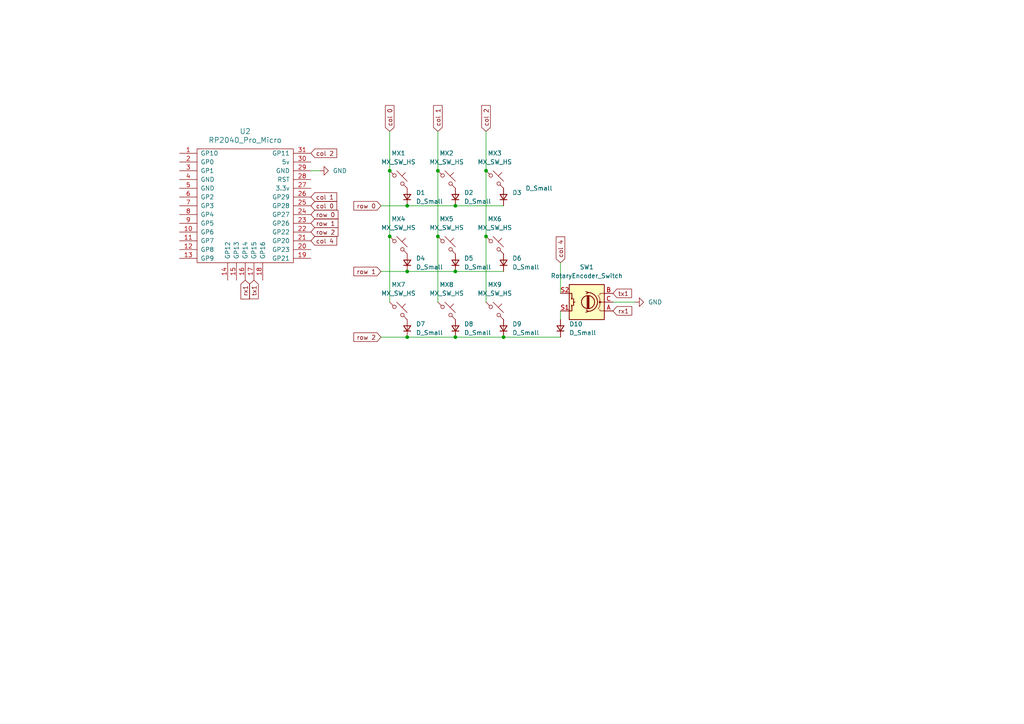
<source format=kicad_sch>
(kicad_sch (version 20250114) (generator "eeschema") (generator_version "9.0")
  (paper "A4")
  (lib_symbols
    (symbol "Device:D_Small" (pin_numbers (hide yes)) (pin_names (offset 0.254) (hide yes))
      (property "Reference" "D" (at -1.27 2.032 0))
      (property "Value" "D_Small" (at -3.81 -2.032 0))
      (symbol "D_Small_0_1"
        (polyline (pts (xy -0.762 0) (xy 0.762 0)))
        (polyline (pts (xy -0.762 -1.016) (xy -0.762 1.016)) (stroke (width 0.254)))
        (polyline (pts (xy 0.762 -1.016) (xy -0.762 0) (xy 0.762 1.016) (xy 0.762 -1.016)) (stroke (width 0.254)))
      )
      (symbol "D_Small_1_1"
        (pin passive line (at -2.54 0 0) (length 1.778) (name "K") (number "1"))
        (pin passive line (at 2.54 0 180) (length 1.778) (name "A") (number "2"))
      )
    )
    (symbol "Device:RotaryEncoder_Switch" (pin_names (offset 0.254) (hide yes))
      (property "Reference" "SW" (at 0 6.604 0))
      (property "Value" "RotaryEncoder_Switch" (at 0 -6.604 0))
      (symbol "RotaryEncoder_Switch_0_1"
        (rectangle (start -5.08 5.08) (end 5.08 -5.08) (stroke (width 0.254)) (fill (type background)))
        (polyline (pts (xy -5.08 2.54) (xy -3.81 2.54) (xy -3.81 2.032)))
        (polyline (pts (xy -5.08 0) (xy -3.81 0) (xy -3.81 -1.016) (xy -3.302 -2.032)))
        (polyline (pts (xy -5.08 -2.54) (xy -3.81 -2.54) (xy -3.81 -2.032)))
        (polyline (pts (xy -4.318 0) (xy -3.81 0) (xy -3.81 1.016) (xy -3.302 2.032)))
        (circle (center -3.81 0) (radius 0.254) (fill (type outline)))
        (polyline (pts (xy -0.635 -1.778) (xy -0.635 1.778)) (stroke (width 0.254)))
        (circle (center -0.381 0) (radius 1.905) (stroke (width 0.254)))
        (polyline (pts (xy -0.381 -1.778) (xy -0.381 1.778)) (stroke (width 0.254)))
        (arc (start -0.381 -2.794) (mid -3.0988 -0.0635) (end -0.381 2.667) (stroke (width 0.254)))
        (polyline (pts (xy -0.127 1.778) (xy -0.127 -1.778)) (stroke (width 0.254)))
        (polyline (pts (xy 0.254 2.921) (xy -0.508 2.667) (xy 0.127 2.286)) (stroke (width 0.254)))
        (polyline (pts (xy 0.254 -3.048) (xy -0.508 -2.794) (xy 0.127 -2.413)) (stroke (width 0.254)))
        (polyline (pts (xy 3.81 1.016) (xy 3.81 -1.016)) (stroke (width 0.254)))
        (polyline (pts (xy 3.81 0) (xy 3.429 0)) (stroke (width 0.254)))
        (circle (center 4.318 1.016) (radius 0.127) (stroke (width 0.254)))
        (circle (center 4.318 -1.016) (radius 0.127) (stroke (width 0.254)))
        (polyline (pts (xy 5.08 2.54) (xy 4.318 2.54) (xy 4.318 1.016)) (stroke (width 0.254)))
        (polyline (pts (xy 5.08 -2.54) (xy 4.318 -2.54) (xy 4.318 -1.016)) (stroke (width 0.254)))
      )
      (symbol "RotaryEncoder_Switch_1_1"
        (pin passive line (at -7.62 2.54 0) (length 2.54) (name "A") (number "A"))
        (pin passive line (at -7.62 0 0) (length 2.54) (name "C") (number "C"))
        (pin passive line (at -7.62 -2.54 0) (length 2.54) (name "B") (number "B"))
        (pin passive line (at 7.62 2.54 180) (length 2.54) (name "S1") (number "S1"))
        (pin passive line (at 7.62 -2.54 180) (length 2.54) (name "S2") (number "S2"))
      )
    )
    (symbol "ScottoKeebs:MCU_RP2040_Pro_Micro" (pin_names (offset 1.016))
      (property "Reference" "U" (at 0 0 0))
      (property "Value" "RP2040_Pro_Micro" (at 0 -27.686 0))
      (symbol "MCU_RP2040_Pro_Micro_0_1"
        (rectangle (start -13.97 16.51) (end 13.97 -16.51))
      )
      (symbol "MCU_RP2040_Pro_Micro_1_1"
        (pin input line (at -19.05 15.24 0) (length 5.08) (name "GP10") (number "1"))
        (pin input line (at -19.05 12.7 0) (length 5.08) (name "GP0") (number "2"))
        (pin input line (at -19.05 10.16 0) (length 5.08) (name "GP1") (number "3"))
        (pin input line (at -19.05 7.62 0) (length 5.08) (name "GND") (number "4"))
        (pin input line (at -19.05 5.08 0) (length 5.08) (name "GND") (number "5"))
        (pin input line (at -19.05 2.54 0) (length 5.08) (name "GP2") (number "6"))
        (pin input line (at -19.05 0 0) (length 5.08) (name "GP3") (number "7"))
        (pin input line (at -19.05 -2.54 0) (length 5.08) (name "GP4") (number "8"))
        (pin input line (at -19.05 -5.08 0) (length 5.08) (name "GP5") (number "9"))
        (pin input line (at -19.05 -7.62 0) (length 5.08) (name "GP6") (number "10"))
        (pin input line (at -19.05 -10.16 0) (length 5.08) (name "GP7") (number "11"))
        (pin input line (at -19.05 -12.7 0) (length 5.08) (name "GP8") (number "12"))
        (pin input line (at -19.05 -15.24 0) (length 5.08) (name "GP9") (number "13"))
        (pin input line (at -5.08 -21.59 90) (length 5.08) (name "GP12") (number "14"))
        (pin input line (at -2.54 -21.59 90) (length 5.08) (name "GP13") (number "15"))
        (pin input line (at 0 -21.59 90) (length 5.08) (name "GP14") (number "16"))
        (pin input line (at 2.54 -21.59 90) (length 5.08) (name "GP15") (number "17"))
        (pin input line (at 5.08 -21.59 90) (length 5.08) (name "GP16") (number "18"))
        (pin input line (at 19.05 15.24 180) (length 5.08) (name "GP11") (number "31"))
        (pin input line (at 19.05 12.7 180) (length 5.08) (name "5v") (number "30"))
        (pin input line (at 19.05 10.16 180) (length 5.08) (name "GND") (number "29"))
        (pin input line (at 19.05 7.62 180) (length 5.08) (name "RST") (number "28"))
        (pin input line (at 19.05 5.08 180) (length 5.08) (name "3.3v") (number "27"))
        (pin input line (at 19.05 2.54 180) (length 5.08) (name "GP29") (number "26"))
        (pin input line (at 19.05 0 180) (length 5.08) (name "GP28") (number "25"))
        (pin input line (at 19.05 -2.54 180) (length 5.08) (name "GP27") (number "24"))
        (pin input line (at 19.05 -5.08 180) (length 5.08) (name "GP26") (number "23"))
        (pin input line (at 19.05 -7.62 180) (length 5.08) (name "GP22") (number "22"))
        (pin input line (at 19.05 -10.16 180) (length 5.08) (name "GP20") (number "21"))
        (pin input line (at 19.05 -12.7 180) (length 5.08) (name "GP23") (number "20"))
        (pin input line (at 19.05 -15.24 180) (length 5.08) (name "GP21") (number "19"))
      )
    )
    (symbol "marbastlib-mx:MX_SW_HS_KS-2P02B01-01" (pin_numbers (hide yes)) (pin_names (offset 1.016) (hide yes))
      (property "Reference" "MX" (at 3.048 1.016 0))
      (property "Value" "MX_SW_HS" (at 0 -3.81 0))
      (symbol "MX_SW_HS_KS-2P02B01-01_0_1"
        (polyline (pts (xy -2.54 2.54) (xy -1.524 1.524) (xy -1.524 1.524)))
        (circle (center -1.1684 1.1684) (radius 0.508))
        (polyline (pts (xy -0.508 2.54) (xy 2.54 -0.508)))
        (polyline (pts (xy 1.016 1.016) (xy 2.032 2.032)))
        (circle (center 1.143 -1.1938) (radius 0.508))
        (polyline (pts (xy 1.524 -1.524) (xy 2.54 -2.54) (xy 2.54 -2.54) (xy 2.54 -2.54)))
        (pin passive line (at -2.54 2.54 0) (length 0) (name "1") (number "1"))
        (pin passive line (at 2.54 -2.54 180) (length 0) (name "2") (number "2"))
      )
    )
    (symbol "power:GND" (power) (pin_numbers (hide yes)) (pin_names (offset 0) (hide yes))
      (property "Value" "GND" (at 0 -3.81 0))
      (symbol "GND_0_1"
        (polyline (pts (xy 0 0) (xy 0 -1.27) (xy 1.27 -1.27) (xy 0 -2.54) (xy -1.27 -1.27) (xy 0 -1.27)))
      )
      (symbol "GND_1_1"
        (pin power_in line (at 0 0 270) (length 0) (name "~") (number "1"))
      )
    )
  )
  (junction (at 118.11 78.74))
  (junction (at 140.97 49.53))
  (junction (at 127 68.58))
  (junction (at 132.08 59.69))
  (junction (at 140.97 68.58))
  (junction (at 146.05 97.79))
  (junction (at 118.11 59.69))
  (junction (at 113.03 68.58))
  (junction (at 132.08 78.74))
  (junction (at 132.08 97.79))
  (junction (at 113.03 49.53))
  (junction (at 127 49.53))
  (junction (at 118.11 97.79))
  (wire (pts (xy 140.97 68.58) (xy 140.97 87.63)))
  (wire (pts (xy 92.71 49.53) (xy 90.17 49.53)))
  (wire (pts (xy 127 49.53) (xy 127 68.58)))
  (wire (pts (xy 140.97 49.53) (xy 140.97 68.58)))
  (wire (pts (xy 113.03 68.58) (xy 113.03 87.63)))
  (wire (pts (xy 110.49 78.74) (xy 118.11 78.74)))
  (wire (pts (xy 127 68.58) (xy 127 87.63)))
  (wire (pts (xy 113.03 49.53) (xy 113.03 68.58)))
  (wire (pts (xy 110.49 97.79) (xy 118.11 97.79)))
  (wire (pts (xy 132.08 59.69) (xy 146.05 59.69)))
  (wire (pts (xy 132.08 78.74) (xy 146.05 78.74)))
  (wire (pts (xy 118.11 59.69) (xy 132.08 59.69)))
  (wire (pts (xy 146.05 97.79) (xy 162.56 97.79)))
  (wire (pts (xy 118.11 78.74) (xy 132.08 78.74)))
  (wire (pts (xy 110.49 59.69) (xy 118.11 59.69)))
  (wire (pts (xy 162.56 76.2) (xy 162.56 85.09)))
  (wire (pts (xy 162.56 90.17) (xy 162.56 92.71)))
  (wire (pts (xy 132.08 97.79) (xy 146.05 97.79)))
  (wire (pts (xy 127 38.1) (xy 127 49.53)))
  (wire (pts (xy 140.97 38.1) (xy 140.97 49.53)))
  (wire (pts (xy 177.8 87.63) (xy 184.15 87.63)))
  (wire (pts (xy 118.11 97.79) (xy 132.08 97.79)))
  (wire (pts (xy 113.03 38.1) (xy 113.03 49.53)))
  (global_label "row 0" (shape input) (at 90.17 62.23 0) (property "Intersheetrefs" "${INTERSHEET_REFS}" (effects (hide yes))))
  (global_label "rx1" (shape input) (at 177.8 90.17 0) (property "Intersheetrefs" "${INTERSHEET_REFS}" (effects (hide yes))))
  (global_label "col 4" (shape input) (at 162.56 76.2 90) (property "Intersheetrefs" "${INTERSHEET_REFS}" (effects (hide yes))))
  (global_label "row 1" (shape input) (at 110.49 78.74 180) (property "Intersheetrefs" "${INTERSHEET_REFS}" (effects (hide yes))))
  (global_label "col 0" (shape input) (at 90.17 59.69 0) (property "Intersheetrefs" "${INTERSHEET_REFS}" (effects (hide yes))))
  (global_label "col 2" (shape input) (at 140.97 38.1 90) (property "Intersheetrefs" "${INTERSHEET_REFS}" (effects (hide yes))))
  (global_label "row 0" (shape input) (at 110.49 59.69 180) (property "Intersheetrefs" "${INTERSHEET_REFS}" (effects (hide yes))))
  (global_label "col 1" (shape input) (at 90.17 57.15 0) (property "Intersheetrefs" "${INTERSHEET_REFS}" (effects (hide yes))))
  (global_label "row 2" (shape input) (at 110.49 97.79 180) (property "Intersheetrefs" "${INTERSHEET_REFS}" (effects (hide yes))))
  (global_label "tx1" (shape input) (at 73.66 81.28 270) (property "Intersheetrefs" "${INTERSHEET_REFS}" (effects (hide yes))))
  (global_label "tx1" (shape input) (at 177.8 85.09 0) (property "Intersheetrefs" "${INTERSHEET_REFS}" (effects (hide yes))))
  (global_label "col 1" (shape input) (at 127 38.1 90) (property "Intersheetrefs" "${INTERSHEET_REFS}" (effects (hide yes))))
  (global_label "col 0" (shape input) (at 113.03 38.1 90) (property "Intersheetrefs" "${INTERSHEET_REFS}" (effects (hide yes))))
  (global_label "rx1" (shape input) (at 71.12 81.28 270) (property "Intersheetrefs" "${INTERSHEET_REFS}" (effects (hide yes))))
  (global_label "row 2" (shape input) (at 90.17 67.31 0) (property "Intersheetrefs" "${INTERSHEET_REFS}" (effects (hide yes))))
  (global_label "col 4" (shape input) (at 90.17 69.85 0) (property "Intersheetrefs" "${INTERSHEET_REFS}" (effects (hide yes))))
  (global_label "col 2" (shape input) (at 90.17 44.45 0) (property "Intersheetrefs" "${INTERSHEET_REFS}" (effects (hide yes))))
  (global_label "row 1" (shape input) (at 90.17 64.77 0) (property "Intersheetrefs" "${INTERSHEET_REFS}" (effects (hide yes))))
  (symbol (lib_id "marbastlib-mx:MX_SW_HS_KS-2P02B01-01") (at 115.57 71.12 0) (unit 1)
    (property "Reference" "MX4" (at 115.57 63.5 0))
    (property "Value" "MX_SW_HS" (at 115.57 66.04 0))
    (property "Footprint" "ScottoKeebs_Hotswap:Hotswap_MX_1.00u" (effects (hide yes)))
    (property "Description" "Push button switch, normally open, two pins, 45° tilted, Gateron KS-2P02B01-01 for Cherry MX style switches" (effects (hide yes)))
  )
  (symbol (lib_id "Device:D_Small") (at 162.56 95.25 90) (unit 1)
    (property "Reference" "D10" (at 165.1 93.9799 90) (effects (justify right)))
    (property "Value" "D_Small" (at 165.1 96.5199 90) (effects (justify right)))
    (property "Footprint" "ScottoKeebs_Components:Diode_DO-35" (effects (hide yes)))
    (property "Description" "Diode, small symbol" (effects (hide yes)))
    (property "Sim.Device" "D" (effects (hide yes)))
    (property "Sim.Pins" "1=K 2=A" (effects (hide yes)))
  )
  (symbol (lib_id "Device:RotaryEncoder_Switch") (at 170.18 87.63 180) (unit 1)
    (property "Reference" "SW1" (at 170.18 77.47 0))
    (property "Value" "RotaryEncoder_Switch" (at 170.18 80.01 0))
    (property "Footprint" "Rotary_Encoder:RotaryEncoder_Alps_EC11E-Switch_Vertical_H20mm" (effects (hide yes)))
    (property "Description" "Rotary encoder, dual channel, incremental quadrate outputs, with switch" (effects (hide yes)))
  )
  (symbol (lib_id "Device:D_Small") (at 146.05 95.25 90) (unit 1)
    (property "Reference" "D9" (at 148.59 93.9799 90) (effects (justify right)))
    (property "Value" "D_Small" (at 148.59 96.5199 90) (effects (justify right)))
    (property "Footprint" "ScottoKeebs_Components:Diode_DO-35" (effects (hide yes)))
    (property "Description" "Diode, small symbol" (effects (hide yes)))
    (property "Sim.Device" "D" (effects (hide yes)))
    (property "Sim.Pins" "1=K 2=A" (effects (hide yes)))
  )
  (symbol (lib_id "Device:D_Small") (at 132.08 95.25 90) (unit 1)
    (property "Reference" "D8" (at 134.62 93.9799 90) (effects (justify right)))
    (property "Value" "D_Small" (at 134.62 96.5199 90) (effects (justify right)))
    (property "Footprint" "ScottoKeebs_Components:Diode_DO-35" (effects (hide yes)))
    (property "Description" "Diode, small symbol" (effects (hide yes)))
    (property "Sim.Device" "D" (effects (hide yes)))
    (property "Sim.Pins" "1=K 2=A" (effects (hide yes)))
  )
  (symbol (lib_id "marbastlib-mx:MX_SW_HS_KS-2P02B01-01") (at 143.51 90.17 0) (unit 1)
    (property "Reference" "MX9" (at 143.51 82.55 0))
    (property "Value" "MX_SW_HS" (at 143.51 85.09 0))
    (property "Footprint" "ScottoKeebs_Hotswap:Hotswap_MX_1.00u" (effects (hide yes)))
    (property "Description" "Push button switch, normally open, two pins, 45° tilted, Gateron KS-2P02B01-01 for Cherry MX style switches" (effects (hide yes)))
  )
  (symbol (lib_id "Device:D_Small") (at 146.05 76.2 90) (unit 1)
    (property "Reference" "D6" (at 148.59 74.9299 90) (effects (justify right)))
    (property "Value" "D_Small" (at 148.59 77.4699 90) (effects (justify right)))
    (property "Footprint" "ScottoKeebs_Components:Diode_DO-35" (effects (hide yes)))
    (property "Description" "Diode, small symbol" (effects (hide yes)))
    (property "Sim.Device" "D" (effects (hide yes)))
    (property "Sim.Pins" "1=K 2=A" (effects (hide yes)))
  )
  (symbol (lib_id "marbastlib-mx:MX_SW_HS_KS-2P02B01-01") (at 115.57 52.07 0) (unit 1)
    (property "Reference" "MX1" (at 115.57 44.45 0))
    (property "Value" "MX_SW_HS" (at 115.57 46.99 0))
    (property "Footprint" "ScottoKeebs_Hotswap:Hotswap_MX_1.00u" (effects (hide yes)))
    (property "Description" "Push button switch, normally open, two pins, 45° tilted, Gateron KS-2P02B01-01 for Cherry MX style switches" (effects (hide yes)))
  )
  (symbol (lib_id "marbastlib-mx:MX_SW_HS_KS-2P02B01-01") (at 129.54 52.07 0) (unit 1)
    (property "Reference" "MX2" (at 129.54 44.45 0))
    (property "Value" "MX_SW_HS" (at 129.54 46.99 0))
    (property "Footprint" "ScottoKeebs_Hotswap:Hotswap_MX_1.00u" (effects (hide yes)))
    (property "Description" "Push button switch, normally open, two pins, 45° tilted, Gateron KS-2P02B01-01 for Cherry MX style switches" (effects (hide yes)))
  )
  (symbol (lib_id "marbastlib-mx:MX_SW_HS_KS-2P02B01-01") (at 129.54 71.12 0) (unit 1)
    (property "Reference" "MX5" (at 129.54 63.5 0))
    (property "Value" "MX_SW_HS" (at 129.54 66.04 0))
    (property "Footprint" "ScottoKeebs_Hotswap:Hotswap_MX_1.00u" (effects (hide yes)))
    (property "Description" "Push button switch, normally open, two pins, 45° tilted, Gateron KS-2P02B01-01 for Cherry MX style switches" (effects (hide yes)))
  )
  (symbol (lib_id "power:GND") (at 92.71 49.53 90) (unit 1)
    (property "Reference" "#PWR02" (effects (hide yes)))
    (property "Value" "GND" (at 96.52 49.5299 90) (effects (justify right)))
    (property "Description" "Power symbol creates a global label with name \"GND\" , ground" (effects (hide yes)))
  )
  (symbol (lib_id "Device:D_Small") (at 146.05 57.15 90) (unit 1)
    (property "Reference" "D3" (at 148.59 55.8799 90) (effects (justify right)))
    (property "Value" "D_Small" (at 152.4 54.6099 90) (effects (justify right)))
    (property "Footprint" "ScottoKeebs_Components:Diode_DO-35" (effects (hide yes)))
    (property "Description" "Diode, small symbol" (effects (hide yes)))
    (property "Sim.Device" "D" (effects (hide yes)))
    (property "Sim.Pins" "1=K 2=A" (effects (hide yes)))
  )
  (symbol (lib_id "ScottoKeebs:MCU_RP2040_Pro_Micro") (at 71.12 59.69 0) (unit 1)
    (property "Reference" "U2" (at 71.12 38.1 0) (effects (font (size 1.524 1.524))))
    (property "Value" "RP2040_Pro_Micro" (at 71.12 40.64 0) (effects (font (size 1.524 1.524))))
    (property "Footprint" "ScottoKeebs_MCU:RP2040_Pro_Micro" (effects (hide yes)))
  )
  (symbol (lib_id "Device:D_Small") (at 132.08 76.2 90) (unit 1)
    (property "Reference" "D5" (at 134.62 74.9299 90) (effects (justify right)))
    (property "Value" "D_Small" (at 134.62 77.4699 90) (effects (justify right)))
    (property "Footprint" "ScottoKeebs_Components:Diode_DO-35" (effects (hide yes)))
    (property "Description" "Diode, small symbol" (effects (hide yes)))
    (property "Sim.Device" "D" (effects (hide yes)))
    (property "Sim.Pins" "1=K 2=A" (effects (hide yes)))
  )
  (symbol (lib_id "Device:D_Small") (at 118.11 57.15 90) (unit 1)
    (property "Reference" "D1" (at 120.65 55.8799 90) (effects (justify right)))
    (property "Value" "D_Small" (at 120.65 58.4199 90) (effects (justify right)))
    (property "Footprint" "ScottoKeebs_Components:Diode_DO-35" (effects (hide yes)))
    (property "Description" "Diode, small symbol" (effects (hide yes)))
    (property "Sim.Device" "D" (effects (hide yes)))
    (property "Sim.Pins" "1=K 2=A" (effects (hide yes)))
  )
  (symbol (lib_id "Device:D_Small") (at 118.11 95.25 90) (unit 1)
    (property "Reference" "D7" (at 120.65 93.9799 90) (effects (justify right)))
    (property "Value" "D_Small" (at 120.65 96.5199 90) (effects (justify right)))
    (property "Footprint" "ScottoKeebs_Components:Diode_DO-35" (effects (hide yes)))
    (property "Description" "Diode, small symbol" (effects (hide yes)))
    (property "Sim.Device" "D" (effects (hide yes)))
    (property "Sim.Pins" "1=K 2=A" (effects (hide yes)))
  )
  (symbol (lib_id "power:GND") (at 184.15 87.63 90) (unit 1)
    (property "Reference" "#PWR01" (effects (hide yes)))
    (property "Value" "GND" (at 187.96 87.6299 90) (effects (justify right)))
    (property "Description" "Power symbol creates a global label with name \"GND\" , ground" (effects (hide yes)))
  )
  (symbol (lib_id "marbastlib-mx:MX_SW_HS_KS-2P02B01-01") (at 143.51 71.12 0) (unit 1)
    (property "Reference" "MX6" (at 143.51 63.5 0))
    (property "Value" "MX_SW_HS" (at 143.51 66.04 0))
    (property "Footprint" "ScottoKeebs_Hotswap:Hotswap_MX_1.00u" (effects (hide yes)))
    (property "Description" "Push button switch, normally open, two pins, 45° tilted, Gateron KS-2P02B01-01 for Cherry MX style switches" (effects (hide yes)))
  )
  (symbol (lib_id "marbastlib-mx:MX_SW_HS_KS-2P02B01-01") (at 143.51 52.07 0) (unit 1)
    (property "Reference" "MX3" (at 143.51 44.45 0))
    (property "Value" "MX_SW_HS" (at 143.51 46.99 0))
    (property "Footprint" "ScottoKeebs_Hotswap:Hotswap_MX_1.00u" (effects (hide yes)))
    (property "Description" "Push button switch, normally open, two pins, 45° tilted, Gateron KS-2P02B01-01 for Cherry MX style switches" (effects (hide yes)))
  )
  (symbol (lib_id "marbastlib-mx:MX_SW_HS_KS-2P02B01-01") (at 129.54 90.17 0) (unit 1)
    (property "Reference" "MX8" (at 129.54 82.55 0))
    (property "Value" "MX_SW_HS" (at 129.54 85.09 0))
    (property "Footprint" "ScottoKeebs_Hotswap:Hotswap_MX_1.00u" (effects (hide yes)))
    (property "Description" "Push button switch, normally open, two pins, 45° tilted, Gateron KS-2P02B01-01 for Cherry MX style switches" (effects (hide yes)))
  )
  (symbol (lib_id "Device:D_Small") (at 132.08 57.15 90) (unit 1)
    (property "Reference" "D2" (at 134.62 55.8799 90) (effects (justify right)))
    (property "Value" "D_Small" (at 134.62 58.4199 90) (effects (justify right)))
    (property "Footprint" "ScottoKeebs_Components:Diode_DO-35" (effects (hide yes)))
    (property "Description" "Diode, small symbol" (effects (hide yes)))
    (property "Sim.Device" "D" (effects (hide yes)))
    (property "Sim.Pins" "1=K 2=A" (effects (hide yes)))
  )
  (symbol (lib_id "marbastlib-mx:MX_SW_HS_KS-2P02B01-01") (at 115.57 90.17 0) (unit 1)
    (property "Reference" "MX7" (at 115.57 82.55 0))
    (property "Value" "MX_SW_HS" (at 115.57 85.09 0))
    (property "Footprint" "ScottoKeebs_Hotswap:Hotswap_MX_1.00u" (effects (hide yes)))
    (property "Description" "Push button switch, normally open, two pins, 45° tilted, Gateron KS-2P02B01-01 for Cherry MX style switches" (effects (hide yes)))
  )
  (symbol (lib_id "Device:D_Small") (at 118.11 76.2 90) (unit 1)
    (property "Reference" "D4" (at 120.65 74.9299 90) (effects (justify right)))
    (property "Value" "D_Small" (at 120.65 77.4699 90) (effects (justify right)))
    (property "Footprint" "ScottoKeebs_Components:Diode_DO-35" (effects (hide yes)))
    (property "Description" "Diode, small symbol" (effects (hide yes)))
    (property "Sim.Device" "D" (effects (hide yes)))
    (property "Sim.Pins" "1=K 2=A" (effects (hide yes)))
  )
)
</source>
